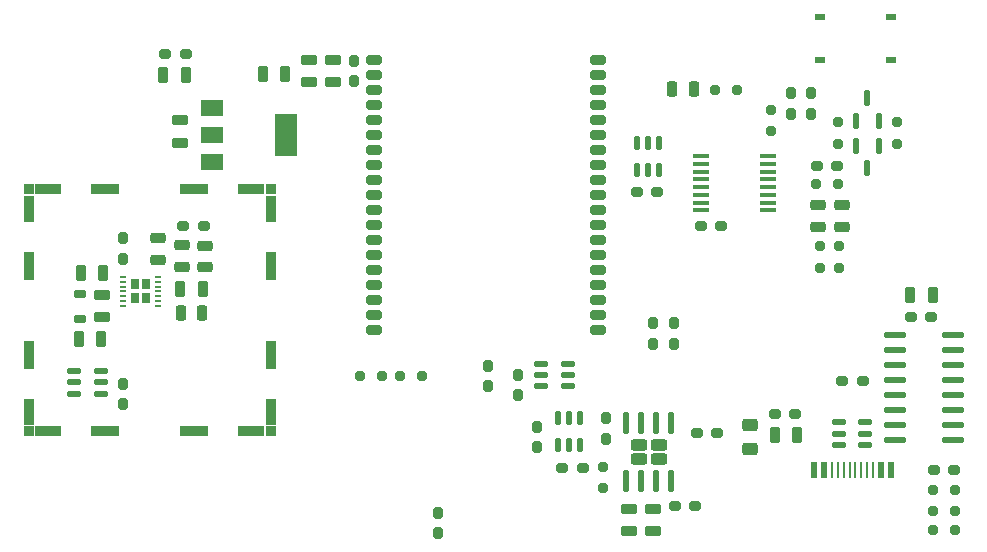
<source format=gbr>
%TF.GenerationSoftware,KiCad,Pcbnew,(6.0.9)*%
%TF.CreationDate,2022-12-22T22:01:23+02:00*%
%TF.ProjectId,cross_band_handy_walkie_talkie_V1,63726f73-735f-4626-916e-645f68616e64,rev?*%
%TF.SameCoordinates,Original*%
%TF.FileFunction,Paste,Top*%
%TF.FilePolarity,Positive*%
%FSLAX46Y46*%
G04 Gerber Fmt 4.6, Leading zero omitted, Abs format (unit mm)*
G04 Created by KiCad (PCBNEW (6.0.9)) date 2022-12-22 22:01:23*
%MOMM*%
%LPD*%
G01*
G04 APERTURE LIST*
G04 Aperture macros list*
%AMRoundRect*
0 Rectangle with rounded corners*
0 $1 Rounding radius*
0 $2 $3 $4 $5 $6 $7 $8 $9 X,Y pos of 4 corners*
0 Add a 4 corners polygon primitive as box body*
4,1,4,$2,$3,$4,$5,$6,$7,$8,$9,$2,$3,0*
0 Add four circle primitives for the rounded corners*
1,1,$1+$1,$2,$3*
1,1,$1+$1,$4,$5*
1,1,$1+$1,$6,$7*
1,1,$1+$1,$8,$9*
0 Add four rect primitives between the rounded corners*
20,1,$1+$1,$2,$3,$4,$5,0*
20,1,$1+$1,$4,$5,$6,$7,0*
20,1,$1+$1,$6,$7,$8,$9,0*
20,1,$1+$1,$8,$9,$2,$3,0*%
G04 Aperture macros list end*
%ADD10RoundRect,0.090000X-0.512500X-0.150000X0.512500X-0.150000X0.512500X0.150000X-0.512500X0.150000X0*%
%ADD11RoundRect,0.177500X0.237500X-0.300000X0.237500X0.300000X-0.237500X0.300000X-0.237500X-0.300000X0*%
%ADD12RoundRect,0.190000X0.250000X0.475000X-0.250000X0.475000X-0.250000X-0.475000X0.250000X-0.475000X0*%
%ADD13RoundRect,0.177500X-0.237500X0.250000X-0.237500X-0.250000X0.237500X-0.250000X0.237500X0.250000X0*%
%ADD14RoundRect,0.177500X-0.300000X-0.237500X0.300000X-0.237500X0.300000X0.237500X-0.300000X0.237500X0*%
%ADD15RoundRect,0.177500X0.300000X0.237500X-0.300000X0.237500X-0.300000X-0.237500X0.300000X-0.237500X0*%
%ADD16RoundRect,0.177500X0.237500X-0.250000X0.237500X0.250000X-0.237500X0.250000X-0.237500X-0.250000X0*%
%ADD17RoundRect,0.177500X-0.237500X0.300000X-0.237500X-0.300000X0.237500X-0.300000X0.237500X0.300000X0*%
%ADD18RoundRect,0.183750X0.243750X0.456250X-0.243750X0.456250X-0.243750X-0.456250X0.243750X-0.456250X0*%
%ADD19RoundRect,0.177500X-0.250000X-0.237500X0.250000X-0.237500X0.250000X0.237500X-0.250000X0.237500X0*%
%ADD20RoundRect,0.040000X0.637500X0.100000X-0.637500X0.100000X-0.637500X-0.100000X0.637500X-0.100000X0*%
%ADD21RoundRect,0.190000X0.475000X-0.250000X0.475000X0.250000X-0.475000X0.250000X-0.475000X-0.250000X0*%
%ADD22R,0.880000X0.580000*%
%ADD23RoundRect,0.090000X0.512500X0.150000X-0.512500X0.150000X-0.512500X-0.150000X0.512500X-0.150000X0*%
%ADD24RoundRect,0.183750X0.456250X-0.243750X0.456250X0.243750X-0.456250X0.243750X-0.456250X-0.243750X0*%
%ADD25RoundRect,0.090000X0.150000X-0.512500X0.150000X0.512500X-0.150000X0.512500X-0.150000X-0.512500X0*%
%ADD26RoundRect,0.165000X-0.525000X-0.225000X0.525000X-0.225000X0.525000X0.225000X-0.525000X0.225000X0*%
%ADD27RoundRect,0.090000X-0.150000X0.512500X-0.150000X-0.512500X0.150000X-0.512500X0.150000X0.512500X0*%
%ADD28R,1.880000X1.380000*%
%ADD29R,1.880000X3.680000*%
%ADD30RoundRect,0.190000X0.450000X-0.262500X0.450000X0.262500X-0.450000X0.262500X-0.450000X-0.262500X0*%
%ADD31RoundRect,0.190000X-0.250000X-0.475000X0.250000X-0.475000X0.250000X0.475000X-0.250000X0.475000X0*%
%ADD32RoundRect,0.090000X0.150000X-0.587500X0.150000X0.587500X-0.150000X0.587500X-0.150000X-0.587500X0*%
%ADD33RoundRect,0.250000X-0.440000X0.255000X-0.440000X-0.255000X0.440000X-0.255000X0.440000X0.255000X0*%
%ADD34RoundRect,0.090000X-0.150000X0.825000X-0.150000X-0.825000X0.150000X-0.825000X0.150000X0.825000X0*%
%ADD35RoundRect,0.190000X-0.450000X0.262500X-0.450000X-0.262500X0.450000X-0.262500X0.450000X0.262500X0*%
%ADD36RoundRect,0.190000X-0.475000X0.250000X-0.475000X-0.250000X0.475000X-0.250000X0.475000X0.250000X0*%
%ADD37RoundRect,0.177500X0.250000X0.237500X-0.250000X0.237500X-0.250000X-0.237500X0.250000X-0.237500X0*%
%ADD38RoundRect,0.158750X-0.381250X0.218750X-0.381250X-0.218750X0.381250X-0.218750X0.381250X0.218750X0*%
%ADD39RoundRect,0.090000X-0.825000X-0.150000X0.825000X-0.150000X0.825000X0.150000X-0.825000X0.150000X0*%
%ADD40RoundRect,0.190000X-0.262500X-0.450000X0.262500X-0.450000X0.262500X0.450000X-0.262500X0.450000X0*%
%ADD41RoundRect,0.190000X0.450000X-0.350000X0.450000X0.350000X-0.450000X0.350000X-0.450000X-0.350000X0*%
%ADD42R,2.180000X0.880000*%
%ADD43R,0.880000X2.480000*%
%ADD44R,2.480000X0.880000*%
%ADD45R,0.880000X2.180000*%
%ADD46R,0.880000X0.880000*%
%ADD47RoundRect,0.090000X-0.150000X0.587500X-0.150000X-0.587500X0.150000X-0.587500X0.150000X0.587500X0*%
%ADD48R,0.480000X1.330000*%
%ADD49R,0.180000X1.330000*%
%ADD50R,0.700000X0.970000*%
%ADD51R,0.580000X0.130000*%
G04 APERTURE END LIST*
D10*
%TO.C,U5*%
X130312500Y-88750000D03*
X130312500Y-89700000D03*
X130312500Y-90650000D03*
X132587500Y-90650000D03*
X132587500Y-89700000D03*
X132587500Y-88750000D03*
%TD*%
D11*
%TO.C,C7*%
X128000000Y-62612500D03*
X128000000Y-60887500D03*
%TD*%
D12*
%TO.C,C10*%
X83450000Y-59250000D03*
X81550000Y-59250000D03*
%TD*%
D13*
%TO.C,R2*%
X130250000Y-63337500D03*
X130250000Y-65162500D03*
%TD*%
D14*
%TO.C,C29*%
X118337500Y-89600000D03*
X120062500Y-89600000D03*
%TD*%
D13*
%TO.C,R4*%
X135250000Y-63337500D03*
X135250000Y-65162500D03*
%TD*%
D15*
%TO.C,C28*%
X108662500Y-92600000D03*
X106937500Y-92600000D03*
%TD*%
D16*
%TO.C,R10*%
X128750000Y-75662500D03*
X128750000Y-73837500D03*
%TD*%
D15*
%TO.C,C4*%
X138150000Y-79800000D03*
X136425000Y-79800000D03*
%TD*%
D10*
%TO.C,U11*%
X65562500Y-84400000D03*
X65562500Y-85350000D03*
X65562500Y-86300000D03*
X67837500Y-86300000D03*
X67837500Y-85350000D03*
X67837500Y-84400000D03*
%TD*%
D17*
%TO.C,C38*%
X69700000Y-85487500D03*
X69700000Y-87212500D03*
%TD*%
D15*
%TO.C,C6*%
X132362500Y-85200000D03*
X130637500Y-85200000D03*
%TD*%
%TO.C,C18*%
X76562500Y-72150000D03*
X74837500Y-72150000D03*
%TD*%
D18*
%TO.C,D4*%
X118117500Y-60535000D03*
X116242500Y-60535000D03*
%TD*%
D19*
%TO.C,R1*%
X89827500Y-84800000D03*
X91652500Y-84800000D03*
%TD*%
D20*
%TO.C,U4*%
X124362500Y-70775000D03*
X124362500Y-70125000D03*
X124362500Y-69475000D03*
X124362500Y-68825000D03*
X124362500Y-68175000D03*
X124362500Y-67525000D03*
X124362500Y-66875000D03*
X124362500Y-66225000D03*
X118637500Y-66225000D03*
X118637500Y-66875000D03*
X118637500Y-67525000D03*
X118637500Y-68175000D03*
X118637500Y-68825000D03*
X118637500Y-69475000D03*
X118637500Y-70125000D03*
X118637500Y-70775000D03*
%TD*%
D21*
%TO.C,C3*%
X85500000Y-59950000D03*
X85500000Y-58050000D03*
%TD*%
D12*
%TO.C,C5*%
X138300000Y-77950000D03*
X136400000Y-77950000D03*
%TD*%
D11*
%TO.C,C20*%
X96400000Y-98125000D03*
X96400000Y-96400000D03*
%TD*%
%TO.C,C27*%
X114600000Y-82062500D03*
X114600000Y-80337500D03*
%TD*%
D22*
%TO.C,SW1*%
X128750000Y-58100000D03*
X134750000Y-58100000D03*
X128750000Y-54400000D03*
X134750000Y-54400000D03*
%TD*%
D13*
%TO.C,R20*%
X110400000Y-92487500D03*
X110400000Y-94312500D03*
%TD*%
D19*
%TO.C,R3*%
X93227500Y-84800000D03*
X95052500Y-84800000D03*
%TD*%
D23*
%TO.C,U8*%
X107387500Y-85700000D03*
X107387500Y-84750000D03*
X107387500Y-83800000D03*
X105112500Y-83800000D03*
X105112500Y-84750000D03*
X105112500Y-85700000D03*
%TD*%
D24*
%TO.C,D1*%
X130600000Y-72225000D03*
X130600000Y-70350000D03*
%TD*%
D17*
%TO.C,C19*%
X116400000Y-80337500D03*
X116400000Y-82062500D03*
%TD*%
D15*
%TO.C,C11*%
X130225000Y-67000000D03*
X128500000Y-67000000D03*
%TD*%
D14*
%TO.C,C12*%
X118637500Y-72150000D03*
X120362500Y-72150000D03*
%TD*%
D25*
%TO.C,U9*%
X106550000Y-90637500D03*
X107500000Y-90637500D03*
X108450000Y-90637500D03*
X108450000Y-88362500D03*
X107500000Y-88362500D03*
X106550000Y-88362500D03*
%TD*%
D26*
%TO.C,U2*%
X90950000Y-58100000D03*
X90950000Y-59370000D03*
X90950000Y-60640000D03*
X90950000Y-61910000D03*
X90950000Y-63180000D03*
X90950000Y-64450000D03*
X90950000Y-65720000D03*
X90950000Y-66990000D03*
X90950000Y-68260000D03*
X90950000Y-69530000D03*
X90950000Y-70800000D03*
X90950000Y-72070000D03*
X90950000Y-73340000D03*
X90950000Y-74610000D03*
X90950000Y-75880000D03*
X90950000Y-77150000D03*
X90950000Y-78420000D03*
X90950000Y-79690000D03*
X90950000Y-80960000D03*
X109950000Y-80960000D03*
X109950000Y-79690000D03*
X109950000Y-78420000D03*
X109950000Y-77150000D03*
X109950000Y-75880000D03*
X109950000Y-74610000D03*
X109950000Y-73340000D03*
X109950000Y-72070000D03*
X109950000Y-70800000D03*
X109950000Y-69530000D03*
X109950000Y-68260000D03*
X109950000Y-66990000D03*
X109950000Y-65720000D03*
X109950000Y-64450000D03*
X109950000Y-63180000D03*
X109950000Y-61910000D03*
X109950000Y-60640000D03*
X109950000Y-59370000D03*
X109950000Y-58100000D03*
%TD*%
D27*
%TO.C,U12*%
X115150000Y-65062500D03*
X114200000Y-65062500D03*
X113250000Y-65062500D03*
X113250000Y-67337500D03*
X114200000Y-67337500D03*
X115150000Y-67337500D03*
%TD*%
D28*
%TO.C,U3*%
X77250000Y-62100000D03*
D29*
X83550000Y-64400000D03*
D28*
X77250000Y-64400000D03*
X77250000Y-66700000D03*
%TD*%
D12*
%TO.C,C33*%
X126800000Y-89850000D03*
X124900000Y-89850000D03*
%TD*%
D17*
%TO.C,C17*%
X100600000Y-83937500D03*
X100600000Y-85662500D03*
%TD*%
D30*
%TO.C,R17*%
X72700000Y-74975000D03*
X72700000Y-73150000D03*
%TD*%
D11*
%TO.C,C16*%
X69700000Y-74875000D03*
X69700000Y-73150000D03*
%TD*%
D14*
%TO.C,C24*%
X116475000Y-95800000D03*
X118200000Y-95800000D03*
%TD*%
D12*
%TO.C,C32*%
X75050000Y-59350000D03*
X73150000Y-59350000D03*
%TD*%
D14*
%TO.C,C34*%
X124937500Y-88000000D03*
X126662500Y-88000000D03*
%TD*%
D31*
%TO.C,C21*%
X74600000Y-77450000D03*
X76500000Y-77450000D03*
%TD*%
D32*
%TO.C,Q1*%
X131800000Y-63187500D03*
X133700000Y-63187500D03*
X132750000Y-61312500D03*
%TD*%
D11*
%TO.C,C30*%
X110600000Y-90112500D03*
X110600000Y-88387500D03*
%TD*%
D21*
%TO.C,C2*%
X87500000Y-59950000D03*
X87500000Y-58050000D03*
%TD*%
D33*
%TO.C,U10*%
X113425000Y-90650000D03*
X113425000Y-91850000D03*
X115075000Y-90650000D03*
X115075000Y-91850000D03*
D34*
X116155000Y-88775000D03*
X114885000Y-88775000D03*
X113615000Y-88775000D03*
X112345000Y-88775000D03*
X112345000Y-93725000D03*
X113615000Y-93725000D03*
X114885000Y-93725000D03*
X116155000Y-93725000D03*
%TD*%
D35*
%TO.C,R15*%
X74690000Y-73737500D03*
X74690000Y-75562500D03*
%TD*%
D36*
%TO.C,C26*%
X114600000Y-96050000D03*
X114600000Y-97950000D03*
%TD*%
D15*
%TO.C,C31*%
X75025000Y-57550000D03*
X73300000Y-57550000D03*
%TD*%
D36*
%TO.C,C13*%
X67950000Y-77950000D03*
X67950000Y-79850000D03*
%TD*%
D14*
%TO.C,C15*%
X138387500Y-92780000D03*
X140112500Y-92780000D03*
%TD*%
D31*
%TO.C,C14*%
X66000000Y-81650000D03*
X67900000Y-81650000D03*
%TD*%
D21*
%TO.C,C9*%
X74600000Y-65050000D03*
X74600000Y-63150000D03*
%TD*%
D37*
%TO.C,R11*%
X130262500Y-68550000D03*
X128437500Y-68550000D03*
%TD*%
D12*
%TO.C,C22*%
X68050000Y-76100000D03*
X66150000Y-76100000D03*
%TD*%
D38*
%TO.C,L1*%
X66050000Y-77837500D03*
X66050000Y-79962500D03*
%TD*%
D39*
%TO.C,U1*%
X135075000Y-81355000D03*
X135075000Y-82625000D03*
X135075000Y-83895000D03*
X135075000Y-85165000D03*
X135075000Y-86435000D03*
X135075000Y-87705000D03*
X135075000Y-88975000D03*
X135075000Y-90245000D03*
X140025000Y-90245000D03*
X140025000Y-88975000D03*
X140025000Y-87705000D03*
X140025000Y-86435000D03*
X140025000Y-85165000D03*
X140025000Y-83895000D03*
X140025000Y-82625000D03*
X140025000Y-81355000D03*
%TD*%
D16*
%TO.C,R9*%
X130350000Y-75662500D03*
X130350000Y-73837500D03*
%TD*%
D40*
%TO.C,R19*%
X74625000Y-79450000D03*
X76450000Y-79450000D03*
%TD*%
D41*
%TO.C,FB2*%
X122850000Y-91000000D03*
X122850000Y-89000000D03*
%TD*%
D19*
%TO.C,R14*%
X138337500Y-96250000D03*
X140162500Y-96250000D03*
%TD*%
%TO.C,R12*%
X138337500Y-97870000D03*
X140162500Y-97870000D03*
%TD*%
D11*
%TO.C,C1*%
X89250000Y-59862500D03*
X89250000Y-58137500D03*
%TD*%
D42*
%TO.C,J8*%
X63400000Y-69000000D03*
D43*
X82250000Y-83000000D03*
D44*
X75750000Y-89500000D03*
D43*
X61750000Y-75500000D03*
D45*
X61750000Y-70650000D03*
D46*
X61750000Y-69000000D03*
D44*
X75750000Y-69000000D03*
D43*
X82250000Y-75500000D03*
D42*
X80600000Y-69000000D03*
D46*
X61750000Y-89500000D03*
D45*
X82250000Y-70650000D03*
D46*
X82250000Y-89500000D03*
D45*
X61750000Y-87850000D03*
D44*
X68250000Y-69000000D03*
D42*
X63400000Y-89500000D03*
X80600000Y-89500000D03*
D46*
X82250000Y-69000000D03*
D44*
X68250000Y-89500000D03*
D45*
X82250000Y-87850000D03*
D43*
X61750000Y-83000000D03*
%TD*%
D47*
%TO.C,Q2*%
X133700000Y-65312500D03*
X131800000Y-65312500D03*
X132750000Y-67187500D03*
%TD*%
D15*
%TO.C,C37*%
X114962500Y-69200000D03*
X113237500Y-69200000D03*
%TD*%
D37*
%TO.C,R16*%
X140162500Y-94500000D03*
X138337500Y-94500000D03*
%TD*%
D17*
%TO.C,C35*%
X103200000Y-84737500D03*
X103200000Y-86462500D03*
%TD*%
D24*
%TO.C,D2*%
X128550000Y-72187500D03*
X128550000Y-70312500D03*
%TD*%
D11*
%TO.C,C8*%
X126250000Y-62612500D03*
X126250000Y-60887500D03*
%TD*%
D30*
%TO.C,R13*%
X76700000Y-75612500D03*
X76700000Y-73787500D03*
%TD*%
D13*
%TO.C,R7*%
X124600000Y-62287500D03*
X124600000Y-64112500D03*
%TD*%
D48*
%TO.C,J6*%
X128250000Y-92765000D03*
X129050000Y-92765000D03*
D49*
X130250000Y-92765000D03*
X131250000Y-92765000D03*
X131750000Y-92765000D03*
X132750000Y-92765000D03*
D48*
X133950000Y-92765000D03*
X134750000Y-92765000D03*
X134750000Y-92765000D03*
X133950000Y-92765000D03*
D49*
X133250000Y-92765000D03*
X132250000Y-92765000D03*
X130750000Y-92765000D03*
X129750000Y-92765000D03*
D48*
X129050000Y-92765000D03*
X128250000Y-92765000D03*
%TD*%
D37*
%TO.C,R5*%
X121712500Y-60600000D03*
X119887500Y-60600000D03*
%TD*%
D36*
%TO.C,C25*%
X112600000Y-96050000D03*
X112600000Y-97950000D03*
%TD*%
D17*
%TO.C,C36*%
X104750000Y-89137500D03*
X104750000Y-90862500D03*
%TD*%
D50*
%TO.C,U7*%
X71650000Y-78237500D03*
X71650000Y-77062500D03*
X70755000Y-77062500D03*
X70755000Y-78237500D03*
D51*
X69725000Y-76450000D03*
X69725000Y-76850000D03*
X69725000Y-77250000D03*
X69725000Y-77650000D03*
X69725000Y-78050000D03*
X69725000Y-78450000D03*
X69725000Y-78850000D03*
X72675000Y-78850000D03*
X72675000Y-78450000D03*
X72675000Y-78050000D03*
X72675000Y-77650000D03*
X72675000Y-77250000D03*
X72675000Y-76850000D03*
X72675000Y-76450000D03*
%TD*%
M02*

</source>
